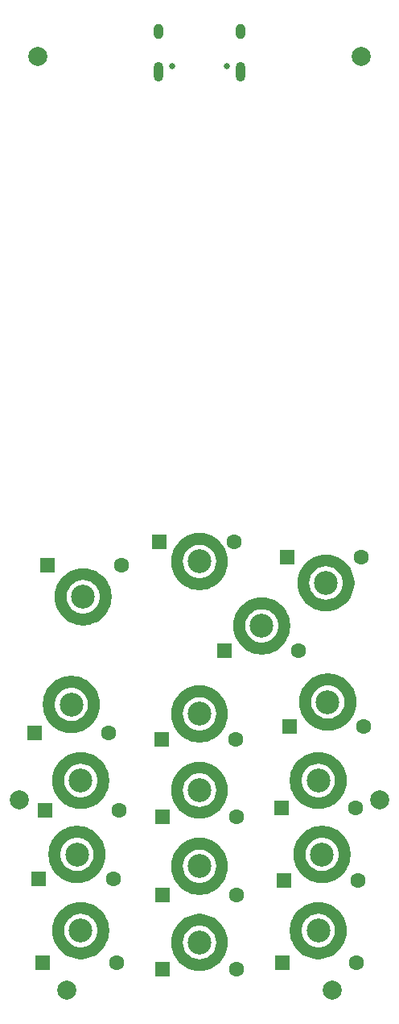
<source format=gts>
%TF.GenerationSoftware,KiCad,Pcbnew,(5.1.9)-1*%
%TF.CreationDate,2021-01-14T19:29:22+00:00*%
%TF.ProjectId,Nokia_3310_Controller,4e6f6b69-615f-4333-9331-305f436f6e74,rev?*%
%TF.SameCoordinates,Original*%
%TF.FileFunction,Soldermask,Top*%
%TF.FilePolarity,Negative*%
%FSLAX46Y46*%
G04 Gerber Fmt 4.6, Leading zero omitted, Abs format (unit mm)*
G04 Created by KiCad (PCBNEW (5.1.9)-1) date 2021-01-14 19:29:22*
%MOMM*%
%LPD*%
G01*
G04 APERTURE LIST*
%ADD10C,2.000000*%
%ADD11C,0.100000*%
%ADD12C,2.500000*%
%ADD13C,1.600000*%
%ADD14R,1.600000X1.600000*%
%ADD15O,1.000000X1.600000*%
%ADD16C,0.650000*%
%ADD17O,1.000000X2.100000*%
G04 APERTURE END LIST*
D10*
%TO.C,NPTH*%
X174500000Y-135000000D03*
%TD*%
%TO.C,NPTH*%
X172500000Y-57000000D03*
%TD*%
%TO.C,NPTH*%
X138500000Y-57000000D03*
%TD*%
%TO.C,NPTH*%
X136500000Y-135000000D03*
%TD*%
%TO.C,NPTH*%
X141500000Y-155000000D03*
%TD*%
%TO.C,NPTH*%
X169500000Y-155000000D03*
%TD*%
D11*
%TO.C,SW10*%
G36*
X168440191Y-130032470D02*
G01*
X168728941Y-130089906D01*
X169010670Y-130175368D01*
X169282665Y-130288032D01*
X169542308Y-130426814D01*
X169787098Y-130590377D01*
X170014677Y-130777147D01*
X170222853Y-130985323D01*
X170409623Y-131212902D01*
X170573186Y-131457692D01*
X170711968Y-131717335D01*
X170824632Y-131989330D01*
X170910094Y-132271059D01*
X170967530Y-132559809D01*
X170996386Y-132852797D01*
X170996386Y-132940285D01*
X170999247Y-132969333D01*
X170999247Y-133030667D01*
X170996386Y-133059715D01*
X170996386Y-133147203D01*
X170967530Y-133440191D01*
X170910094Y-133728941D01*
X170824632Y-134010670D01*
X170711968Y-134282665D01*
X170573186Y-134542308D01*
X170409623Y-134787098D01*
X170222853Y-135014677D01*
X170014677Y-135222853D01*
X169787098Y-135409623D01*
X169542308Y-135573186D01*
X169282665Y-135711968D01*
X169010670Y-135824632D01*
X168728941Y-135910094D01*
X168440191Y-135967530D01*
X168147203Y-135996386D01*
X167852797Y-135996386D01*
X167559809Y-135967530D01*
X167271059Y-135910094D01*
X166989330Y-135824632D01*
X166717335Y-135711968D01*
X166457692Y-135573186D01*
X166212902Y-135409623D01*
X165985323Y-135222853D01*
X165777147Y-135014677D01*
X165590377Y-134787098D01*
X165426814Y-134542308D01*
X165288032Y-134282665D01*
X165175368Y-134010670D01*
X165089906Y-133728941D01*
X165032470Y-133440191D01*
X165003614Y-133147203D01*
X165003614Y-132914132D01*
X166252108Y-132914132D01*
X166252108Y-133085868D01*
X166268941Y-133256778D01*
X166302445Y-133425215D01*
X166352298Y-133589557D01*
X166418019Y-133748221D01*
X166498975Y-133899680D01*
X166594387Y-134042474D01*
X166703336Y-134175228D01*
X166824772Y-134296664D01*
X166957526Y-134405613D01*
X167100320Y-134501025D01*
X167251779Y-134581981D01*
X167410443Y-134647702D01*
X167574785Y-134697555D01*
X167743222Y-134731059D01*
X167914132Y-134747892D01*
X168085868Y-134747892D01*
X168256778Y-134731059D01*
X168425215Y-134697555D01*
X168589557Y-134647702D01*
X168748221Y-134581981D01*
X168899680Y-134501025D01*
X169042474Y-134405613D01*
X169175228Y-134296664D01*
X169296664Y-134175228D01*
X169405613Y-134042474D01*
X169501025Y-133899680D01*
X169581981Y-133748221D01*
X169647702Y-133589557D01*
X169697555Y-133425215D01*
X169731059Y-133256778D01*
X169747892Y-133085868D01*
X169747892Y-132914132D01*
X169731059Y-132743222D01*
X169697555Y-132574785D01*
X169647702Y-132410443D01*
X169581981Y-132251779D01*
X169501025Y-132100320D01*
X169405613Y-131957526D01*
X169296664Y-131824772D01*
X169175228Y-131703336D01*
X169042474Y-131594387D01*
X168899680Y-131498975D01*
X168748221Y-131418019D01*
X168589557Y-131352298D01*
X168425215Y-131302445D01*
X168256778Y-131268941D01*
X168085868Y-131252108D01*
X167914132Y-131252108D01*
X167743222Y-131268941D01*
X167574785Y-131302445D01*
X167410443Y-131352298D01*
X167251779Y-131418019D01*
X167100320Y-131498975D01*
X166957526Y-131594387D01*
X166824772Y-131703336D01*
X166703336Y-131824772D01*
X166594387Y-131957526D01*
X166498975Y-132100320D01*
X166418019Y-132251779D01*
X166352298Y-132410443D01*
X166302445Y-132574785D01*
X166268941Y-132743222D01*
X166252108Y-132914132D01*
X165003614Y-132914132D01*
X165003614Y-132852797D01*
X165032470Y-132559809D01*
X165089906Y-132271059D01*
X165175368Y-131989330D01*
X165288032Y-131717335D01*
X165426814Y-131457692D01*
X165590377Y-131212902D01*
X165777147Y-130985323D01*
X165985323Y-130777147D01*
X166212902Y-130590377D01*
X166457692Y-130426814D01*
X166717335Y-130288032D01*
X166989330Y-130175368D01*
X167271059Y-130089906D01*
X167559809Y-130032470D01*
X167852797Y-130003614D01*
X168147203Y-130003614D01*
X168440191Y-130032470D01*
G37*
D12*
X168000000Y-133000000D03*
%TD*%
%TO.C,SW1*%
X143250000Y-113700000D03*
D11*
G36*
X143690191Y-110732470D02*
G01*
X143978941Y-110789906D01*
X144260670Y-110875368D01*
X144532665Y-110988032D01*
X144792308Y-111126814D01*
X145037098Y-111290377D01*
X145264677Y-111477147D01*
X145472853Y-111685323D01*
X145659623Y-111912902D01*
X145823186Y-112157692D01*
X145961968Y-112417335D01*
X146074632Y-112689330D01*
X146160094Y-112971059D01*
X146217530Y-113259809D01*
X146246386Y-113552797D01*
X146246386Y-113640285D01*
X146249247Y-113669333D01*
X146249247Y-113730667D01*
X146246386Y-113759715D01*
X146246386Y-113847203D01*
X146217530Y-114140191D01*
X146160094Y-114428941D01*
X146074632Y-114710670D01*
X145961968Y-114982665D01*
X145823186Y-115242308D01*
X145659623Y-115487098D01*
X145472853Y-115714677D01*
X145264677Y-115922853D01*
X145037098Y-116109623D01*
X144792308Y-116273186D01*
X144532665Y-116411968D01*
X144260670Y-116524632D01*
X143978941Y-116610094D01*
X143690191Y-116667530D01*
X143397203Y-116696386D01*
X143102797Y-116696386D01*
X142809809Y-116667530D01*
X142521059Y-116610094D01*
X142239330Y-116524632D01*
X141967335Y-116411968D01*
X141707692Y-116273186D01*
X141462902Y-116109623D01*
X141235323Y-115922853D01*
X141027147Y-115714677D01*
X140840377Y-115487098D01*
X140676814Y-115242308D01*
X140538032Y-114982665D01*
X140425368Y-114710670D01*
X140339906Y-114428941D01*
X140282470Y-114140191D01*
X140253614Y-113847203D01*
X140253614Y-113614132D01*
X141502108Y-113614132D01*
X141502108Y-113785868D01*
X141518941Y-113956778D01*
X141552445Y-114125215D01*
X141602298Y-114289557D01*
X141668019Y-114448221D01*
X141748975Y-114599680D01*
X141844387Y-114742474D01*
X141953336Y-114875228D01*
X142074772Y-114996664D01*
X142207526Y-115105613D01*
X142350320Y-115201025D01*
X142501779Y-115281981D01*
X142660443Y-115347702D01*
X142824785Y-115397555D01*
X142993222Y-115431059D01*
X143164132Y-115447892D01*
X143335868Y-115447892D01*
X143506778Y-115431059D01*
X143675215Y-115397555D01*
X143839557Y-115347702D01*
X143998221Y-115281981D01*
X144149680Y-115201025D01*
X144292474Y-115105613D01*
X144425228Y-114996664D01*
X144546664Y-114875228D01*
X144655613Y-114742474D01*
X144751025Y-114599680D01*
X144831981Y-114448221D01*
X144897702Y-114289557D01*
X144947555Y-114125215D01*
X144981059Y-113956778D01*
X144997892Y-113785868D01*
X144997892Y-113614132D01*
X144981059Y-113443222D01*
X144947555Y-113274785D01*
X144897702Y-113110443D01*
X144831981Y-112951779D01*
X144751025Y-112800320D01*
X144655613Y-112657526D01*
X144546664Y-112524772D01*
X144425228Y-112403336D01*
X144292474Y-112294387D01*
X144149680Y-112198975D01*
X143998221Y-112118019D01*
X143839557Y-112052298D01*
X143675215Y-112002445D01*
X143506778Y-111968941D01*
X143335868Y-111952108D01*
X143164132Y-111952108D01*
X142993222Y-111968941D01*
X142824785Y-112002445D01*
X142660443Y-112052298D01*
X142501779Y-112118019D01*
X142350320Y-112198975D01*
X142207526Y-112294387D01*
X142074772Y-112403336D01*
X141953336Y-112524772D01*
X141844387Y-112657526D01*
X141748975Y-112800320D01*
X141668019Y-112951779D01*
X141602298Y-113110443D01*
X141552445Y-113274785D01*
X141518941Y-113443222D01*
X141502108Y-113614132D01*
X140253614Y-113614132D01*
X140253614Y-113552797D01*
X140282470Y-113259809D01*
X140339906Y-112971059D01*
X140425368Y-112689330D01*
X140538032Y-112417335D01*
X140676814Y-112157692D01*
X140840377Y-111912902D01*
X141027147Y-111685323D01*
X141235323Y-111477147D01*
X141462902Y-111290377D01*
X141707692Y-111126814D01*
X141967335Y-110988032D01*
X142239330Y-110875368D01*
X142521059Y-110789906D01*
X142809809Y-110732470D01*
X143102797Y-110703614D01*
X143397203Y-110703614D01*
X143690191Y-110732470D01*
G37*
%TD*%
D13*
%TO.C,D1*%
X147300000Y-110400000D03*
D14*
X139500000Y-110400000D03*
%TD*%
%TO.C,D2*%
X151300000Y-107900000D03*
D13*
X159100000Y-107900000D03*
%TD*%
%TO.C,D3*%
X172500000Y-109500000D03*
D14*
X164700000Y-109500000D03*
%TD*%
%TO.C,D4*%
X158100000Y-119400000D03*
D13*
X165900000Y-119400000D03*
%TD*%
%TO.C,D5*%
X145900000Y-128000000D03*
D14*
X138100000Y-128000000D03*
%TD*%
%TO.C,D6*%
X151500000Y-128700000D03*
D13*
X159300000Y-128700000D03*
%TD*%
%TO.C,D7*%
X172800000Y-127300000D03*
D14*
X165000000Y-127300000D03*
%TD*%
%TO.C,D8*%
X139200000Y-136100000D03*
D13*
X147000000Y-136100000D03*
%TD*%
%TO.C,D9*%
X159400000Y-136800000D03*
D14*
X151600000Y-136800000D03*
%TD*%
%TO.C,D10*%
X164100000Y-135900000D03*
D13*
X171900000Y-135900000D03*
%TD*%
D14*
%TO.C,D11*%
X138600000Y-143300000D03*
D13*
X146400000Y-143300000D03*
%TD*%
%TO.C,D12*%
X159400000Y-145000000D03*
D14*
X151600000Y-145000000D03*
%TD*%
%TO.C,D13*%
X164350000Y-143500000D03*
D13*
X172150000Y-143500000D03*
%TD*%
%TO.C,D14*%
X146800000Y-152100000D03*
D14*
X139000000Y-152100000D03*
%TD*%
%TO.C,D15*%
X151600000Y-152800000D03*
D13*
X159400000Y-152800000D03*
%TD*%
%TO.C,D16*%
X172000000Y-152100000D03*
D14*
X164200000Y-152100000D03*
%TD*%
D11*
%TO.C,SW2*%
G36*
X155940191Y-107032470D02*
G01*
X156228941Y-107089906D01*
X156510670Y-107175368D01*
X156782665Y-107288032D01*
X157042308Y-107426814D01*
X157287098Y-107590377D01*
X157514677Y-107777147D01*
X157722853Y-107985323D01*
X157909623Y-108212902D01*
X158073186Y-108457692D01*
X158211968Y-108717335D01*
X158324632Y-108989330D01*
X158410094Y-109271059D01*
X158467530Y-109559809D01*
X158496386Y-109852797D01*
X158496386Y-109940285D01*
X158499247Y-109969333D01*
X158499247Y-110030667D01*
X158496386Y-110059715D01*
X158496386Y-110147203D01*
X158467530Y-110440191D01*
X158410094Y-110728941D01*
X158324632Y-111010670D01*
X158211968Y-111282665D01*
X158073186Y-111542308D01*
X157909623Y-111787098D01*
X157722853Y-112014677D01*
X157514677Y-112222853D01*
X157287098Y-112409623D01*
X157042308Y-112573186D01*
X156782665Y-112711968D01*
X156510670Y-112824632D01*
X156228941Y-112910094D01*
X155940191Y-112967530D01*
X155647203Y-112996386D01*
X155352797Y-112996386D01*
X155059809Y-112967530D01*
X154771059Y-112910094D01*
X154489330Y-112824632D01*
X154217335Y-112711968D01*
X153957692Y-112573186D01*
X153712902Y-112409623D01*
X153485323Y-112222853D01*
X153277147Y-112014677D01*
X153090377Y-111787098D01*
X152926814Y-111542308D01*
X152788032Y-111282665D01*
X152675368Y-111010670D01*
X152589906Y-110728941D01*
X152532470Y-110440191D01*
X152503614Y-110147203D01*
X152503614Y-109914132D01*
X153752108Y-109914132D01*
X153752108Y-110085868D01*
X153768941Y-110256778D01*
X153802445Y-110425215D01*
X153852298Y-110589557D01*
X153918019Y-110748221D01*
X153998975Y-110899680D01*
X154094387Y-111042474D01*
X154203336Y-111175228D01*
X154324772Y-111296664D01*
X154457526Y-111405613D01*
X154600320Y-111501025D01*
X154751779Y-111581981D01*
X154910443Y-111647702D01*
X155074785Y-111697555D01*
X155243222Y-111731059D01*
X155414132Y-111747892D01*
X155585868Y-111747892D01*
X155756778Y-111731059D01*
X155925215Y-111697555D01*
X156089557Y-111647702D01*
X156248221Y-111581981D01*
X156399680Y-111501025D01*
X156542474Y-111405613D01*
X156675228Y-111296664D01*
X156796664Y-111175228D01*
X156905613Y-111042474D01*
X157001025Y-110899680D01*
X157081981Y-110748221D01*
X157147702Y-110589557D01*
X157197555Y-110425215D01*
X157231059Y-110256778D01*
X157247892Y-110085868D01*
X157247892Y-109914132D01*
X157231059Y-109743222D01*
X157197555Y-109574785D01*
X157147702Y-109410443D01*
X157081981Y-109251779D01*
X157001025Y-109100320D01*
X156905613Y-108957526D01*
X156796664Y-108824772D01*
X156675228Y-108703336D01*
X156542474Y-108594387D01*
X156399680Y-108498975D01*
X156248221Y-108418019D01*
X156089557Y-108352298D01*
X155925215Y-108302445D01*
X155756778Y-108268941D01*
X155585868Y-108252108D01*
X155414132Y-108252108D01*
X155243222Y-108268941D01*
X155074785Y-108302445D01*
X154910443Y-108352298D01*
X154751779Y-108418019D01*
X154600320Y-108498975D01*
X154457526Y-108594387D01*
X154324772Y-108703336D01*
X154203336Y-108824772D01*
X154094387Y-108957526D01*
X153998975Y-109100320D01*
X153918019Y-109251779D01*
X153852298Y-109410443D01*
X153802445Y-109574785D01*
X153768941Y-109743222D01*
X153752108Y-109914132D01*
X152503614Y-109914132D01*
X152503614Y-109852797D01*
X152532470Y-109559809D01*
X152589906Y-109271059D01*
X152675368Y-108989330D01*
X152788032Y-108717335D01*
X152926814Y-108457692D01*
X153090377Y-108212902D01*
X153277147Y-107985323D01*
X153485323Y-107777147D01*
X153712902Y-107590377D01*
X153957692Y-107426814D01*
X154217335Y-107288032D01*
X154489330Y-107175368D01*
X154771059Y-107089906D01*
X155059809Y-107032470D01*
X155352797Y-107003614D01*
X155647203Y-107003614D01*
X155940191Y-107032470D01*
G37*
D12*
X155500000Y-110000000D03*
%TD*%
%TO.C,SW3*%
X168800000Y-112250000D03*
D11*
G36*
X169240191Y-109282470D02*
G01*
X169528941Y-109339906D01*
X169810670Y-109425368D01*
X170082665Y-109538032D01*
X170342308Y-109676814D01*
X170587098Y-109840377D01*
X170814677Y-110027147D01*
X171022853Y-110235323D01*
X171209623Y-110462902D01*
X171373186Y-110707692D01*
X171511968Y-110967335D01*
X171624632Y-111239330D01*
X171710094Y-111521059D01*
X171767530Y-111809809D01*
X171796386Y-112102797D01*
X171796386Y-112190285D01*
X171799247Y-112219333D01*
X171799247Y-112280667D01*
X171796386Y-112309715D01*
X171796386Y-112397203D01*
X171767530Y-112690191D01*
X171710094Y-112978941D01*
X171624632Y-113260670D01*
X171511968Y-113532665D01*
X171373186Y-113792308D01*
X171209623Y-114037098D01*
X171022853Y-114264677D01*
X170814677Y-114472853D01*
X170587098Y-114659623D01*
X170342308Y-114823186D01*
X170082665Y-114961968D01*
X169810670Y-115074632D01*
X169528941Y-115160094D01*
X169240191Y-115217530D01*
X168947203Y-115246386D01*
X168652797Y-115246386D01*
X168359809Y-115217530D01*
X168071059Y-115160094D01*
X167789330Y-115074632D01*
X167517335Y-114961968D01*
X167257692Y-114823186D01*
X167012902Y-114659623D01*
X166785323Y-114472853D01*
X166577147Y-114264677D01*
X166390377Y-114037098D01*
X166226814Y-113792308D01*
X166088032Y-113532665D01*
X165975368Y-113260670D01*
X165889906Y-112978941D01*
X165832470Y-112690191D01*
X165803614Y-112397203D01*
X165803614Y-112164132D01*
X167052108Y-112164132D01*
X167052108Y-112335868D01*
X167068941Y-112506778D01*
X167102445Y-112675215D01*
X167152298Y-112839557D01*
X167218019Y-112998221D01*
X167298975Y-113149680D01*
X167394387Y-113292474D01*
X167503336Y-113425228D01*
X167624772Y-113546664D01*
X167757526Y-113655613D01*
X167900320Y-113751025D01*
X168051779Y-113831981D01*
X168210443Y-113897702D01*
X168374785Y-113947555D01*
X168543222Y-113981059D01*
X168714132Y-113997892D01*
X168885868Y-113997892D01*
X169056778Y-113981059D01*
X169225215Y-113947555D01*
X169389557Y-113897702D01*
X169548221Y-113831981D01*
X169699680Y-113751025D01*
X169842474Y-113655613D01*
X169975228Y-113546664D01*
X170096664Y-113425228D01*
X170205613Y-113292474D01*
X170301025Y-113149680D01*
X170381981Y-112998221D01*
X170447702Y-112839557D01*
X170497555Y-112675215D01*
X170531059Y-112506778D01*
X170547892Y-112335868D01*
X170547892Y-112164132D01*
X170531059Y-111993222D01*
X170497555Y-111824785D01*
X170447702Y-111660443D01*
X170381981Y-111501779D01*
X170301025Y-111350320D01*
X170205613Y-111207526D01*
X170096664Y-111074772D01*
X169975228Y-110953336D01*
X169842474Y-110844387D01*
X169699680Y-110748975D01*
X169548221Y-110668019D01*
X169389557Y-110602298D01*
X169225215Y-110552445D01*
X169056778Y-110518941D01*
X168885868Y-110502108D01*
X168714132Y-110502108D01*
X168543222Y-110518941D01*
X168374785Y-110552445D01*
X168210443Y-110602298D01*
X168051779Y-110668019D01*
X167900320Y-110748975D01*
X167757526Y-110844387D01*
X167624772Y-110953336D01*
X167503336Y-111074772D01*
X167394387Y-111207526D01*
X167298975Y-111350320D01*
X167218019Y-111501779D01*
X167152298Y-111660443D01*
X167102445Y-111824785D01*
X167068941Y-111993222D01*
X167052108Y-112164132D01*
X165803614Y-112164132D01*
X165803614Y-112102797D01*
X165832470Y-111809809D01*
X165889906Y-111521059D01*
X165975368Y-111239330D01*
X166088032Y-110967335D01*
X166226814Y-110707692D01*
X166390377Y-110462902D01*
X166577147Y-110235323D01*
X166785323Y-110027147D01*
X167012902Y-109840377D01*
X167257692Y-109676814D01*
X167517335Y-109538032D01*
X167789330Y-109425368D01*
X168071059Y-109339906D01*
X168359809Y-109282470D01*
X168652797Y-109253614D01*
X168947203Y-109253614D01*
X169240191Y-109282470D01*
G37*
%TD*%
%TO.C,SW4*%
G36*
X162490191Y-113782470D02*
G01*
X162778941Y-113839906D01*
X163060670Y-113925368D01*
X163332665Y-114038032D01*
X163592308Y-114176814D01*
X163837098Y-114340377D01*
X164064677Y-114527147D01*
X164272853Y-114735323D01*
X164459623Y-114962902D01*
X164623186Y-115207692D01*
X164761968Y-115467335D01*
X164874632Y-115739330D01*
X164960094Y-116021059D01*
X165017530Y-116309809D01*
X165046386Y-116602797D01*
X165046386Y-116690285D01*
X165049247Y-116719333D01*
X165049247Y-116780667D01*
X165046386Y-116809715D01*
X165046386Y-116897203D01*
X165017530Y-117190191D01*
X164960094Y-117478941D01*
X164874632Y-117760670D01*
X164761968Y-118032665D01*
X164623186Y-118292308D01*
X164459623Y-118537098D01*
X164272853Y-118764677D01*
X164064677Y-118972853D01*
X163837098Y-119159623D01*
X163592308Y-119323186D01*
X163332665Y-119461968D01*
X163060670Y-119574632D01*
X162778941Y-119660094D01*
X162490191Y-119717530D01*
X162197203Y-119746386D01*
X161902797Y-119746386D01*
X161609809Y-119717530D01*
X161321059Y-119660094D01*
X161039330Y-119574632D01*
X160767335Y-119461968D01*
X160507692Y-119323186D01*
X160262902Y-119159623D01*
X160035323Y-118972853D01*
X159827147Y-118764677D01*
X159640377Y-118537098D01*
X159476814Y-118292308D01*
X159338032Y-118032665D01*
X159225368Y-117760670D01*
X159139906Y-117478941D01*
X159082470Y-117190191D01*
X159053614Y-116897203D01*
X159053614Y-116664132D01*
X160302108Y-116664132D01*
X160302108Y-116835868D01*
X160318941Y-117006778D01*
X160352445Y-117175215D01*
X160402298Y-117339557D01*
X160468019Y-117498221D01*
X160548975Y-117649680D01*
X160644387Y-117792474D01*
X160753336Y-117925228D01*
X160874772Y-118046664D01*
X161007526Y-118155613D01*
X161150320Y-118251025D01*
X161301779Y-118331981D01*
X161460443Y-118397702D01*
X161624785Y-118447555D01*
X161793222Y-118481059D01*
X161964132Y-118497892D01*
X162135868Y-118497892D01*
X162306778Y-118481059D01*
X162475215Y-118447555D01*
X162639557Y-118397702D01*
X162798221Y-118331981D01*
X162949680Y-118251025D01*
X163092474Y-118155613D01*
X163225228Y-118046664D01*
X163346664Y-117925228D01*
X163455613Y-117792474D01*
X163551025Y-117649680D01*
X163631981Y-117498221D01*
X163697702Y-117339557D01*
X163747555Y-117175215D01*
X163781059Y-117006778D01*
X163797892Y-116835868D01*
X163797892Y-116664132D01*
X163781059Y-116493222D01*
X163747555Y-116324785D01*
X163697702Y-116160443D01*
X163631981Y-116001779D01*
X163551025Y-115850320D01*
X163455613Y-115707526D01*
X163346664Y-115574772D01*
X163225228Y-115453336D01*
X163092474Y-115344387D01*
X162949680Y-115248975D01*
X162798221Y-115168019D01*
X162639557Y-115102298D01*
X162475215Y-115052445D01*
X162306778Y-115018941D01*
X162135868Y-115002108D01*
X161964132Y-115002108D01*
X161793222Y-115018941D01*
X161624785Y-115052445D01*
X161460443Y-115102298D01*
X161301779Y-115168019D01*
X161150320Y-115248975D01*
X161007526Y-115344387D01*
X160874772Y-115453336D01*
X160753336Y-115574772D01*
X160644387Y-115707526D01*
X160548975Y-115850320D01*
X160468019Y-116001779D01*
X160402298Y-116160443D01*
X160352445Y-116324785D01*
X160318941Y-116493222D01*
X160302108Y-116664132D01*
X159053614Y-116664132D01*
X159053614Y-116602797D01*
X159082470Y-116309809D01*
X159139906Y-116021059D01*
X159225368Y-115739330D01*
X159338032Y-115467335D01*
X159476814Y-115207692D01*
X159640377Y-114962902D01*
X159827147Y-114735323D01*
X160035323Y-114527147D01*
X160262902Y-114340377D01*
X160507692Y-114176814D01*
X160767335Y-114038032D01*
X161039330Y-113925368D01*
X161321059Y-113839906D01*
X161609809Y-113782470D01*
X161902797Y-113753614D01*
X162197203Y-113753614D01*
X162490191Y-113782470D01*
G37*
D12*
X162050000Y-116750000D03*
%TD*%
%TO.C,SW5*%
X142000000Y-125000000D03*
D11*
G36*
X142440191Y-122032470D02*
G01*
X142728941Y-122089906D01*
X143010670Y-122175368D01*
X143282665Y-122288032D01*
X143542308Y-122426814D01*
X143787098Y-122590377D01*
X144014677Y-122777147D01*
X144222853Y-122985323D01*
X144409623Y-123212902D01*
X144573186Y-123457692D01*
X144711968Y-123717335D01*
X144824632Y-123989330D01*
X144910094Y-124271059D01*
X144967530Y-124559809D01*
X144996386Y-124852797D01*
X144996386Y-124940285D01*
X144999247Y-124969333D01*
X144999247Y-125030667D01*
X144996386Y-125059715D01*
X144996386Y-125147203D01*
X144967530Y-125440191D01*
X144910094Y-125728941D01*
X144824632Y-126010670D01*
X144711968Y-126282665D01*
X144573186Y-126542308D01*
X144409623Y-126787098D01*
X144222853Y-127014677D01*
X144014677Y-127222853D01*
X143787098Y-127409623D01*
X143542308Y-127573186D01*
X143282665Y-127711968D01*
X143010670Y-127824632D01*
X142728941Y-127910094D01*
X142440191Y-127967530D01*
X142147203Y-127996386D01*
X141852797Y-127996386D01*
X141559809Y-127967530D01*
X141271059Y-127910094D01*
X140989330Y-127824632D01*
X140717335Y-127711968D01*
X140457692Y-127573186D01*
X140212902Y-127409623D01*
X139985323Y-127222853D01*
X139777147Y-127014677D01*
X139590377Y-126787098D01*
X139426814Y-126542308D01*
X139288032Y-126282665D01*
X139175368Y-126010670D01*
X139089906Y-125728941D01*
X139032470Y-125440191D01*
X139003614Y-125147203D01*
X139003614Y-124914132D01*
X140252108Y-124914132D01*
X140252108Y-125085868D01*
X140268941Y-125256778D01*
X140302445Y-125425215D01*
X140352298Y-125589557D01*
X140418019Y-125748221D01*
X140498975Y-125899680D01*
X140594387Y-126042474D01*
X140703336Y-126175228D01*
X140824772Y-126296664D01*
X140957526Y-126405613D01*
X141100320Y-126501025D01*
X141251779Y-126581981D01*
X141410443Y-126647702D01*
X141574785Y-126697555D01*
X141743222Y-126731059D01*
X141914132Y-126747892D01*
X142085868Y-126747892D01*
X142256778Y-126731059D01*
X142425215Y-126697555D01*
X142589557Y-126647702D01*
X142748221Y-126581981D01*
X142899680Y-126501025D01*
X143042474Y-126405613D01*
X143175228Y-126296664D01*
X143296664Y-126175228D01*
X143405613Y-126042474D01*
X143501025Y-125899680D01*
X143581981Y-125748221D01*
X143647702Y-125589557D01*
X143697555Y-125425215D01*
X143731059Y-125256778D01*
X143747892Y-125085868D01*
X143747892Y-124914132D01*
X143731059Y-124743222D01*
X143697555Y-124574785D01*
X143647702Y-124410443D01*
X143581981Y-124251779D01*
X143501025Y-124100320D01*
X143405613Y-123957526D01*
X143296664Y-123824772D01*
X143175228Y-123703336D01*
X143042474Y-123594387D01*
X142899680Y-123498975D01*
X142748221Y-123418019D01*
X142589557Y-123352298D01*
X142425215Y-123302445D01*
X142256778Y-123268941D01*
X142085868Y-123252108D01*
X141914132Y-123252108D01*
X141743222Y-123268941D01*
X141574785Y-123302445D01*
X141410443Y-123352298D01*
X141251779Y-123418019D01*
X141100320Y-123498975D01*
X140957526Y-123594387D01*
X140824772Y-123703336D01*
X140703336Y-123824772D01*
X140594387Y-123957526D01*
X140498975Y-124100320D01*
X140418019Y-124251779D01*
X140352298Y-124410443D01*
X140302445Y-124574785D01*
X140268941Y-124743222D01*
X140252108Y-124914132D01*
X139003614Y-124914132D01*
X139003614Y-124852797D01*
X139032470Y-124559809D01*
X139089906Y-124271059D01*
X139175368Y-123989330D01*
X139288032Y-123717335D01*
X139426814Y-123457692D01*
X139590377Y-123212902D01*
X139777147Y-122985323D01*
X139985323Y-122777147D01*
X140212902Y-122590377D01*
X140457692Y-122426814D01*
X140717335Y-122288032D01*
X140989330Y-122175368D01*
X141271059Y-122089906D01*
X141559809Y-122032470D01*
X141852797Y-122003614D01*
X142147203Y-122003614D01*
X142440191Y-122032470D01*
G37*
%TD*%
%TO.C,SW6*%
G36*
X155940191Y-123032470D02*
G01*
X156228941Y-123089906D01*
X156510670Y-123175368D01*
X156782665Y-123288032D01*
X157042308Y-123426814D01*
X157287098Y-123590377D01*
X157514677Y-123777147D01*
X157722853Y-123985323D01*
X157909623Y-124212902D01*
X158073186Y-124457692D01*
X158211968Y-124717335D01*
X158324632Y-124989330D01*
X158410094Y-125271059D01*
X158467530Y-125559809D01*
X158496386Y-125852797D01*
X158496386Y-125940285D01*
X158499247Y-125969333D01*
X158499247Y-126030667D01*
X158496386Y-126059715D01*
X158496386Y-126147203D01*
X158467530Y-126440191D01*
X158410094Y-126728941D01*
X158324632Y-127010670D01*
X158211968Y-127282665D01*
X158073186Y-127542308D01*
X157909623Y-127787098D01*
X157722853Y-128014677D01*
X157514677Y-128222853D01*
X157287098Y-128409623D01*
X157042308Y-128573186D01*
X156782665Y-128711968D01*
X156510670Y-128824632D01*
X156228941Y-128910094D01*
X155940191Y-128967530D01*
X155647203Y-128996386D01*
X155352797Y-128996386D01*
X155059809Y-128967530D01*
X154771059Y-128910094D01*
X154489330Y-128824632D01*
X154217335Y-128711968D01*
X153957692Y-128573186D01*
X153712902Y-128409623D01*
X153485323Y-128222853D01*
X153277147Y-128014677D01*
X153090377Y-127787098D01*
X152926814Y-127542308D01*
X152788032Y-127282665D01*
X152675368Y-127010670D01*
X152589906Y-126728941D01*
X152532470Y-126440191D01*
X152503614Y-126147203D01*
X152503614Y-125914132D01*
X153752108Y-125914132D01*
X153752108Y-126085868D01*
X153768941Y-126256778D01*
X153802445Y-126425215D01*
X153852298Y-126589557D01*
X153918019Y-126748221D01*
X153998975Y-126899680D01*
X154094387Y-127042474D01*
X154203336Y-127175228D01*
X154324772Y-127296664D01*
X154457526Y-127405613D01*
X154600320Y-127501025D01*
X154751779Y-127581981D01*
X154910443Y-127647702D01*
X155074785Y-127697555D01*
X155243222Y-127731059D01*
X155414132Y-127747892D01*
X155585868Y-127747892D01*
X155756778Y-127731059D01*
X155925215Y-127697555D01*
X156089557Y-127647702D01*
X156248221Y-127581981D01*
X156399680Y-127501025D01*
X156542474Y-127405613D01*
X156675228Y-127296664D01*
X156796664Y-127175228D01*
X156905613Y-127042474D01*
X157001025Y-126899680D01*
X157081981Y-126748221D01*
X157147702Y-126589557D01*
X157197555Y-126425215D01*
X157231059Y-126256778D01*
X157247892Y-126085868D01*
X157247892Y-125914132D01*
X157231059Y-125743222D01*
X157197555Y-125574785D01*
X157147702Y-125410443D01*
X157081981Y-125251779D01*
X157001025Y-125100320D01*
X156905613Y-124957526D01*
X156796664Y-124824772D01*
X156675228Y-124703336D01*
X156542474Y-124594387D01*
X156399680Y-124498975D01*
X156248221Y-124418019D01*
X156089557Y-124352298D01*
X155925215Y-124302445D01*
X155756778Y-124268941D01*
X155585868Y-124252108D01*
X155414132Y-124252108D01*
X155243222Y-124268941D01*
X155074785Y-124302445D01*
X154910443Y-124352298D01*
X154751779Y-124418019D01*
X154600320Y-124498975D01*
X154457526Y-124594387D01*
X154324772Y-124703336D01*
X154203336Y-124824772D01*
X154094387Y-124957526D01*
X153998975Y-125100320D01*
X153918019Y-125251779D01*
X153852298Y-125410443D01*
X153802445Y-125574785D01*
X153768941Y-125743222D01*
X153752108Y-125914132D01*
X152503614Y-125914132D01*
X152503614Y-125852797D01*
X152532470Y-125559809D01*
X152589906Y-125271059D01*
X152675368Y-124989330D01*
X152788032Y-124717335D01*
X152926814Y-124457692D01*
X153090377Y-124212902D01*
X153277147Y-123985323D01*
X153485323Y-123777147D01*
X153712902Y-123590377D01*
X153957692Y-123426814D01*
X154217335Y-123288032D01*
X154489330Y-123175368D01*
X154771059Y-123089906D01*
X155059809Y-123032470D01*
X155352797Y-123003614D01*
X155647203Y-123003614D01*
X155940191Y-123032470D01*
G37*
D12*
X155500000Y-126000000D03*
%TD*%
%TO.C,SW7*%
X169000000Y-124750000D03*
D11*
G36*
X169440191Y-121782470D02*
G01*
X169728941Y-121839906D01*
X170010670Y-121925368D01*
X170282665Y-122038032D01*
X170542308Y-122176814D01*
X170787098Y-122340377D01*
X171014677Y-122527147D01*
X171222853Y-122735323D01*
X171409623Y-122962902D01*
X171573186Y-123207692D01*
X171711968Y-123467335D01*
X171824632Y-123739330D01*
X171910094Y-124021059D01*
X171967530Y-124309809D01*
X171996386Y-124602797D01*
X171996386Y-124690285D01*
X171999247Y-124719333D01*
X171999247Y-124780667D01*
X171996386Y-124809715D01*
X171996386Y-124897203D01*
X171967530Y-125190191D01*
X171910094Y-125478941D01*
X171824632Y-125760670D01*
X171711968Y-126032665D01*
X171573186Y-126292308D01*
X171409623Y-126537098D01*
X171222853Y-126764677D01*
X171014677Y-126972853D01*
X170787098Y-127159623D01*
X170542308Y-127323186D01*
X170282665Y-127461968D01*
X170010670Y-127574632D01*
X169728941Y-127660094D01*
X169440191Y-127717530D01*
X169147203Y-127746386D01*
X168852797Y-127746386D01*
X168559809Y-127717530D01*
X168271059Y-127660094D01*
X167989330Y-127574632D01*
X167717335Y-127461968D01*
X167457692Y-127323186D01*
X167212902Y-127159623D01*
X166985323Y-126972853D01*
X166777147Y-126764677D01*
X166590377Y-126537098D01*
X166426814Y-126292308D01*
X166288032Y-126032665D01*
X166175368Y-125760670D01*
X166089906Y-125478941D01*
X166032470Y-125190191D01*
X166003614Y-124897203D01*
X166003614Y-124664132D01*
X167252108Y-124664132D01*
X167252108Y-124835868D01*
X167268941Y-125006778D01*
X167302445Y-125175215D01*
X167352298Y-125339557D01*
X167418019Y-125498221D01*
X167498975Y-125649680D01*
X167594387Y-125792474D01*
X167703336Y-125925228D01*
X167824772Y-126046664D01*
X167957526Y-126155613D01*
X168100320Y-126251025D01*
X168251779Y-126331981D01*
X168410443Y-126397702D01*
X168574785Y-126447555D01*
X168743222Y-126481059D01*
X168914132Y-126497892D01*
X169085868Y-126497892D01*
X169256778Y-126481059D01*
X169425215Y-126447555D01*
X169589557Y-126397702D01*
X169748221Y-126331981D01*
X169899680Y-126251025D01*
X170042474Y-126155613D01*
X170175228Y-126046664D01*
X170296664Y-125925228D01*
X170405613Y-125792474D01*
X170501025Y-125649680D01*
X170581981Y-125498221D01*
X170647702Y-125339557D01*
X170697555Y-125175215D01*
X170731059Y-125006778D01*
X170747892Y-124835868D01*
X170747892Y-124664132D01*
X170731059Y-124493222D01*
X170697555Y-124324785D01*
X170647702Y-124160443D01*
X170581981Y-124001779D01*
X170501025Y-123850320D01*
X170405613Y-123707526D01*
X170296664Y-123574772D01*
X170175228Y-123453336D01*
X170042474Y-123344387D01*
X169899680Y-123248975D01*
X169748221Y-123168019D01*
X169589557Y-123102298D01*
X169425215Y-123052445D01*
X169256778Y-123018941D01*
X169085868Y-123002108D01*
X168914132Y-123002108D01*
X168743222Y-123018941D01*
X168574785Y-123052445D01*
X168410443Y-123102298D01*
X168251779Y-123168019D01*
X168100320Y-123248975D01*
X167957526Y-123344387D01*
X167824772Y-123453336D01*
X167703336Y-123574772D01*
X167594387Y-123707526D01*
X167498975Y-123850320D01*
X167418019Y-124001779D01*
X167352298Y-124160443D01*
X167302445Y-124324785D01*
X167268941Y-124493222D01*
X167252108Y-124664132D01*
X166003614Y-124664132D01*
X166003614Y-124602797D01*
X166032470Y-124309809D01*
X166089906Y-124021059D01*
X166175368Y-123739330D01*
X166288032Y-123467335D01*
X166426814Y-123207692D01*
X166590377Y-122962902D01*
X166777147Y-122735323D01*
X166985323Y-122527147D01*
X167212902Y-122340377D01*
X167457692Y-122176814D01*
X167717335Y-122038032D01*
X167989330Y-121925368D01*
X168271059Y-121839906D01*
X168559809Y-121782470D01*
X168852797Y-121753614D01*
X169147203Y-121753614D01*
X169440191Y-121782470D01*
G37*
%TD*%
%TO.C,SW8*%
G36*
X143440191Y-130032470D02*
G01*
X143728941Y-130089906D01*
X144010670Y-130175368D01*
X144282665Y-130288032D01*
X144542308Y-130426814D01*
X144787098Y-130590377D01*
X145014677Y-130777147D01*
X145222853Y-130985323D01*
X145409623Y-131212902D01*
X145573186Y-131457692D01*
X145711968Y-131717335D01*
X145824632Y-131989330D01*
X145910094Y-132271059D01*
X145967530Y-132559809D01*
X145996386Y-132852797D01*
X145996386Y-132940285D01*
X145999247Y-132969333D01*
X145999247Y-133030667D01*
X145996386Y-133059715D01*
X145996386Y-133147203D01*
X145967530Y-133440191D01*
X145910094Y-133728941D01*
X145824632Y-134010670D01*
X145711968Y-134282665D01*
X145573186Y-134542308D01*
X145409623Y-134787098D01*
X145222853Y-135014677D01*
X145014677Y-135222853D01*
X144787098Y-135409623D01*
X144542308Y-135573186D01*
X144282665Y-135711968D01*
X144010670Y-135824632D01*
X143728941Y-135910094D01*
X143440191Y-135967530D01*
X143147203Y-135996386D01*
X142852797Y-135996386D01*
X142559809Y-135967530D01*
X142271059Y-135910094D01*
X141989330Y-135824632D01*
X141717335Y-135711968D01*
X141457692Y-135573186D01*
X141212902Y-135409623D01*
X140985323Y-135222853D01*
X140777147Y-135014677D01*
X140590377Y-134787098D01*
X140426814Y-134542308D01*
X140288032Y-134282665D01*
X140175368Y-134010670D01*
X140089906Y-133728941D01*
X140032470Y-133440191D01*
X140003614Y-133147203D01*
X140003614Y-132914132D01*
X141252108Y-132914132D01*
X141252108Y-133085868D01*
X141268941Y-133256778D01*
X141302445Y-133425215D01*
X141352298Y-133589557D01*
X141418019Y-133748221D01*
X141498975Y-133899680D01*
X141594387Y-134042474D01*
X141703336Y-134175228D01*
X141824772Y-134296664D01*
X141957526Y-134405613D01*
X142100320Y-134501025D01*
X142251779Y-134581981D01*
X142410443Y-134647702D01*
X142574785Y-134697555D01*
X142743222Y-134731059D01*
X142914132Y-134747892D01*
X143085868Y-134747892D01*
X143256778Y-134731059D01*
X143425215Y-134697555D01*
X143589557Y-134647702D01*
X143748221Y-134581981D01*
X143899680Y-134501025D01*
X144042474Y-134405613D01*
X144175228Y-134296664D01*
X144296664Y-134175228D01*
X144405613Y-134042474D01*
X144501025Y-133899680D01*
X144581981Y-133748221D01*
X144647702Y-133589557D01*
X144697555Y-133425215D01*
X144731059Y-133256778D01*
X144747892Y-133085868D01*
X144747892Y-132914132D01*
X144731059Y-132743222D01*
X144697555Y-132574785D01*
X144647702Y-132410443D01*
X144581981Y-132251779D01*
X144501025Y-132100320D01*
X144405613Y-131957526D01*
X144296664Y-131824772D01*
X144175228Y-131703336D01*
X144042474Y-131594387D01*
X143899680Y-131498975D01*
X143748221Y-131418019D01*
X143589557Y-131352298D01*
X143425215Y-131302445D01*
X143256778Y-131268941D01*
X143085868Y-131252108D01*
X142914132Y-131252108D01*
X142743222Y-131268941D01*
X142574785Y-131302445D01*
X142410443Y-131352298D01*
X142251779Y-131418019D01*
X142100320Y-131498975D01*
X141957526Y-131594387D01*
X141824772Y-131703336D01*
X141703336Y-131824772D01*
X141594387Y-131957526D01*
X141498975Y-132100320D01*
X141418019Y-132251779D01*
X141352298Y-132410443D01*
X141302445Y-132574785D01*
X141268941Y-132743222D01*
X141252108Y-132914132D01*
X140003614Y-132914132D01*
X140003614Y-132852797D01*
X140032470Y-132559809D01*
X140089906Y-132271059D01*
X140175368Y-131989330D01*
X140288032Y-131717335D01*
X140426814Y-131457692D01*
X140590377Y-131212902D01*
X140777147Y-130985323D01*
X140985323Y-130777147D01*
X141212902Y-130590377D01*
X141457692Y-130426814D01*
X141717335Y-130288032D01*
X141989330Y-130175368D01*
X142271059Y-130089906D01*
X142559809Y-130032470D01*
X142852797Y-130003614D01*
X143147203Y-130003614D01*
X143440191Y-130032470D01*
G37*
D12*
X143000000Y-133000000D03*
%TD*%
%TO.C,SW9*%
X155500000Y-134000000D03*
D11*
G36*
X155940191Y-131032470D02*
G01*
X156228941Y-131089906D01*
X156510670Y-131175368D01*
X156782665Y-131288032D01*
X157042308Y-131426814D01*
X157287098Y-131590377D01*
X157514677Y-131777147D01*
X157722853Y-131985323D01*
X157909623Y-132212902D01*
X158073186Y-132457692D01*
X158211968Y-132717335D01*
X158324632Y-132989330D01*
X158410094Y-133271059D01*
X158467530Y-133559809D01*
X158496386Y-133852797D01*
X158496386Y-133940285D01*
X158499247Y-133969333D01*
X158499247Y-134030667D01*
X158496386Y-134059715D01*
X158496386Y-134147203D01*
X158467530Y-134440191D01*
X158410094Y-134728941D01*
X158324632Y-135010670D01*
X158211968Y-135282665D01*
X158073186Y-135542308D01*
X157909623Y-135787098D01*
X157722853Y-136014677D01*
X157514677Y-136222853D01*
X157287098Y-136409623D01*
X157042308Y-136573186D01*
X156782665Y-136711968D01*
X156510670Y-136824632D01*
X156228941Y-136910094D01*
X155940191Y-136967530D01*
X155647203Y-136996386D01*
X155352797Y-136996386D01*
X155059809Y-136967530D01*
X154771059Y-136910094D01*
X154489330Y-136824632D01*
X154217335Y-136711968D01*
X153957692Y-136573186D01*
X153712902Y-136409623D01*
X153485323Y-136222853D01*
X153277147Y-136014677D01*
X153090377Y-135787098D01*
X152926814Y-135542308D01*
X152788032Y-135282665D01*
X152675368Y-135010670D01*
X152589906Y-134728941D01*
X152532470Y-134440191D01*
X152503614Y-134147203D01*
X152503614Y-133914132D01*
X153752108Y-133914132D01*
X153752108Y-134085868D01*
X153768941Y-134256778D01*
X153802445Y-134425215D01*
X153852298Y-134589557D01*
X153918019Y-134748221D01*
X153998975Y-134899680D01*
X154094387Y-135042474D01*
X154203336Y-135175228D01*
X154324772Y-135296664D01*
X154457526Y-135405613D01*
X154600320Y-135501025D01*
X154751779Y-135581981D01*
X154910443Y-135647702D01*
X155074785Y-135697555D01*
X155243222Y-135731059D01*
X155414132Y-135747892D01*
X155585868Y-135747892D01*
X155756778Y-135731059D01*
X155925215Y-135697555D01*
X156089557Y-135647702D01*
X156248221Y-135581981D01*
X156399680Y-135501025D01*
X156542474Y-135405613D01*
X156675228Y-135296664D01*
X156796664Y-135175228D01*
X156905613Y-135042474D01*
X157001025Y-134899680D01*
X157081981Y-134748221D01*
X157147702Y-134589557D01*
X157197555Y-134425215D01*
X157231059Y-134256778D01*
X157247892Y-134085868D01*
X157247892Y-133914132D01*
X157231059Y-133743222D01*
X157197555Y-133574785D01*
X157147702Y-133410443D01*
X157081981Y-133251779D01*
X157001025Y-133100320D01*
X156905613Y-132957526D01*
X156796664Y-132824772D01*
X156675228Y-132703336D01*
X156542474Y-132594387D01*
X156399680Y-132498975D01*
X156248221Y-132418019D01*
X156089557Y-132352298D01*
X155925215Y-132302445D01*
X155756778Y-132268941D01*
X155585868Y-132252108D01*
X155414132Y-132252108D01*
X155243222Y-132268941D01*
X155074785Y-132302445D01*
X154910443Y-132352298D01*
X154751779Y-132418019D01*
X154600320Y-132498975D01*
X154457526Y-132594387D01*
X154324772Y-132703336D01*
X154203336Y-132824772D01*
X154094387Y-132957526D01*
X153998975Y-133100320D01*
X153918019Y-133251779D01*
X153852298Y-133410443D01*
X153802445Y-133574785D01*
X153768941Y-133743222D01*
X153752108Y-133914132D01*
X152503614Y-133914132D01*
X152503614Y-133852797D01*
X152532470Y-133559809D01*
X152589906Y-133271059D01*
X152675368Y-132989330D01*
X152788032Y-132717335D01*
X152926814Y-132457692D01*
X153090377Y-132212902D01*
X153277147Y-131985323D01*
X153485323Y-131777147D01*
X153712902Y-131590377D01*
X153957692Y-131426814D01*
X154217335Y-131288032D01*
X154489330Y-131175368D01*
X154771059Y-131089906D01*
X155059809Y-131032470D01*
X155352797Y-131003614D01*
X155647203Y-131003614D01*
X155940191Y-131032470D01*
G37*
%TD*%
D12*
%TO.C,SW11*%
X142600000Y-140750000D03*
D11*
G36*
X143040191Y-137782470D02*
G01*
X143328941Y-137839906D01*
X143610670Y-137925368D01*
X143882665Y-138038032D01*
X144142308Y-138176814D01*
X144387098Y-138340377D01*
X144614677Y-138527147D01*
X144822853Y-138735323D01*
X145009623Y-138962902D01*
X145173186Y-139207692D01*
X145311968Y-139467335D01*
X145424632Y-139739330D01*
X145510094Y-140021059D01*
X145567530Y-140309809D01*
X145596386Y-140602797D01*
X145596386Y-140690285D01*
X145599247Y-140719333D01*
X145599247Y-140780667D01*
X145596386Y-140809715D01*
X145596386Y-140897203D01*
X145567530Y-141190191D01*
X145510094Y-141478941D01*
X145424632Y-141760670D01*
X145311968Y-142032665D01*
X145173186Y-142292308D01*
X145009623Y-142537098D01*
X144822853Y-142764677D01*
X144614677Y-142972853D01*
X144387098Y-143159623D01*
X144142308Y-143323186D01*
X143882665Y-143461968D01*
X143610670Y-143574632D01*
X143328941Y-143660094D01*
X143040191Y-143717530D01*
X142747203Y-143746386D01*
X142452797Y-143746386D01*
X142159809Y-143717530D01*
X141871059Y-143660094D01*
X141589330Y-143574632D01*
X141317335Y-143461968D01*
X141057692Y-143323186D01*
X140812902Y-143159623D01*
X140585323Y-142972853D01*
X140377147Y-142764677D01*
X140190377Y-142537098D01*
X140026814Y-142292308D01*
X139888032Y-142032665D01*
X139775368Y-141760670D01*
X139689906Y-141478941D01*
X139632470Y-141190191D01*
X139603614Y-140897203D01*
X139603614Y-140664132D01*
X140852108Y-140664132D01*
X140852108Y-140835868D01*
X140868941Y-141006778D01*
X140902445Y-141175215D01*
X140952298Y-141339557D01*
X141018019Y-141498221D01*
X141098975Y-141649680D01*
X141194387Y-141792474D01*
X141303336Y-141925228D01*
X141424772Y-142046664D01*
X141557526Y-142155613D01*
X141700320Y-142251025D01*
X141851779Y-142331981D01*
X142010443Y-142397702D01*
X142174785Y-142447555D01*
X142343222Y-142481059D01*
X142514132Y-142497892D01*
X142685868Y-142497892D01*
X142856778Y-142481059D01*
X143025215Y-142447555D01*
X143189557Y-142397702D01*
X143348221Y-142331981D01*
X143499680Y-142251025D01*
X143642474Y-142155613D01*
X143775228Y-142046664D01*
X143896664Y-141925228D01*
X144005613Y-141792474D01*
X144101025Y-141649680D01*
X144181981Y-141498221D01*
X144247702Y-141339557D01*
X144297555Y-141175215D01*
X144331059Y-141006778D01*
X144347892Y-140835868D01*
X144347892Y-140664132D01*
X144331059Y-140493222D01*
X144297555Y-140324785D01*
X144247702Y-140160443D01*
X144181981Y-140001779D01*
X144101025Y-139850320D01*
X144005613Y-139707526D01*
X143896664Y-139574772D01*
X143775228Y-139453336D01*
X143642474Y-139344387D01*
X143499680Y-139248975D01*
X143348221Y-139168019D01*
X143189557Y-139102298D01*
X143025215Y-139052445D01*
X142856778Y-139018941D01*
X142685868Y-139002108D01*
X142514132Y-139002108D01*
X142343222Y-139018941D01*
X142174785Y-139052445D01*
X142010443Y-139102298D01*
X141851779Y-139168019D01*
X141700320Y-139248975D01*
X141557526Y-139344387D01*
X141424772Y-139453336D01*
X141303336Y-139574772D01*
X141194387Y-139707526D01*
X141098975Y-139850320D01*
X141018019Y-140001779D01*
X140952298Y-140160443D01*
X140902445Y-140324785D01*
X140868941Y-140493222D01*
X140852108Y-140664132D01*
X139603614Y-140664132D01*
X139603614Y-140602797D01*
X139632470Y-140309809D01*
X139689906Y-140021059D01*
X139775368Y-139739330D01*
X139888032Y-139467335D01*
X140026814Y-139207692D01*
X140190377Y-138962902D01*
X140377147Y-138735323D01*
X140585323Y-138527147D01*
X140812902Y-138340377D01*
X141057692Y-138176814D01*
X141317335Y-138038032D01*
X141589330Y-137925368D01*
X141871059Y-137839906D01*
X142159809Y-137782470D01*
X142452797Y-137753614D01*
X142747203Y-137753614D01*
X143040191Y-137782470D01*
G37*
%TD*%
%TO.C,SW12*%
G36*
X155940191Y-139032470D02*
G01*
X156228941Y-139089906D01*
X156510670Y-139175368D01*
X156782665Y-139288032D01*
X157042308Y-139426814D01*
X157287098Y-139590377D01*
X157514677Y-139777147D01*
X157722853Y-139985323D01*
X157909623Y-140212902D01*
X158073186Y-140457692D01*
X158211968Y-140717335D01*
X158324632Y-140989330D01*
X158410094Y-141271059D01*
X158467530Y-141559809D01*
X158496386Y-141852797D01*
X158496386Y-141940285D01*
X158499247Y-141969333D01*
X158499247Y-142030667D01*
X158496386Y-142059715D01*
X158496386Y-142147203D01*
X158467530Y-142440191D01*
X158410094Y-142728941D01*
X158324632Y-143010670D01*
X158211968Y-143282665D01*
X158073186Y-143542308D01*
X157909623Y-143787098D01*
X157722853Y-144014677D01*
X157514677Y-144222853D01*
X157287098Y-144409623D01*
X157042308Y-144573186D01*
X156782665Y-144711968D01*
X156510670Y-144824632D01*
X156228941Y-144910094D01*
X155940191Y-144967530D01*
X155647203Y-144996386D01*
X155352797Y-144996386D01*
X155059809Y-144967530D01*
X154771059Y-144910094D01*
X154489330Y-144824632D01*
X154217335Y-144711968D01*
X153957692Y-144573186D01*
X153712902Y-144409623D01*
X153485323Y-144222853D01*
X153277147Y-144014677D01*
X153090377Y-143787098D01*
X152926814Y-143542308D01*
X152788032Y-143282665D01*
X152675368Y-143010670D01*
X152589906Y-142728941D01*
X152532470Y-142440191D01*
X152503614Y-142147203D01*
X152503614Y-141914132D01*
X153752108Y-141914132D01*
X153752108Y-142085868D01*
X153768941Y-142256778D01*
X153802445Y-142425215D01*
X153852298Y-142589557D01*
X153918019Y-142748221D01*
X153998975Y-142899680D01*
X154094387Y-143042474D01*
X154203336Y-143175228D01*
X154324772Y-143296664D01*
X154457526Y-143405613D01*
X154600320Y-143501025D01*
X154751779Y-143581981D01*
X154910443Y-143647702D01*
X155074785Y-143697555D01*
X155243222Y-143731059D01*
X155414132Y-143747892D01*
X155585868Y-143747892D01*
X155756778Y-143731059D01*
X155925215Y-143697555D01*
X156089557Y-143647702D01*
X156248221Y-143581981D01*
X156399680Y-143501025D01*
X156542474Y-143405613D01*
X156675228Y-143296664D01*
X156796664Y-143175228D01*
X156905613Y-143042474D01*
X157001025Y-142899680D01*
X157081981Y-142748221D01*
X157147702Y-142589557D01*
X157197555Y-142425215D01*
X157231059Y-142256778D01*
X157247892Y-142085868D01*
X157247892Y-141914132D01*
X157231059Y-141743222D01*
X157197555Y-141574785D01*
X157147702Y-141410443D01*
X157081981Y-141251779D01*
X157001025Y-141100320D01*
X156905613Y-140957526D01*
X156796664Y-140824772D01*
X156675228Y-140703336D01*
X156542474Y-140594387D01*
X156399680Y-140498975D01*
X156248221Y-140418019D01*
X156089557Y-140352298D01*
X155925215Y-140302445D01*
X155756778Y-140268941D01*
X155585868Y-140252108D01*
X155414132Y-140252108D01*
X155243222Y-140268941D01*
X155074785Y-140302445D01*
X154910443Y-140352298D01*
X154751779Y-140418019D01*
X154600320Y-140498975D01*
X154457526Y-140594387D01*
X154324772Y-140703336D01*
X154203336Y-140824772D01*
X154094387Y-140957526D01*
X153998975Y-141100320D01*
X153918019Y-141251779D01*
X153852298Y-141410443D01*
X153802445Y-141574785D01*
X153768941Y-141743222D01*
X153752108Y-141914132D01*
X152503614Y-141914132D01*
X152503614Y-141852797D01*
X152532470Y-141559809D01*
X152589906Y-141271059D01*
X152675368Y-140989330D01*
X152788032Y-140717335D01*
X152926814Y-140457692D01*
X153090377Y-140212902D01*
X153277147Y-139985323D01*
X153485323Y-139777147D01*
X153712902Y-139590377D01*
X153957692Y-139426814D01*
X154217335Y-139288032D01*
X154489330Y-139175368D01*
X154771059Y-139089906D01*
X155059809Y-139032470D01*
X155352797Y-139003614D01*
X155647203Y-139003614D01*
X155940191Y-139032470D01*
G37*
D12*
X155500000Y-142000000D03*
%TD*%
%TO.C,SW13*%
X168400000Y-140750000D03*
D11*
G36*
X168840191Y-137782470D02*
G01*
X169128941Y-137839906D01*
X169410670Y-137925368D01*
X169682665Y-138038032D01*
X169942308Y-138176814D01*
X170187098Y-138340377D01*
X170414677Y-138527147D01*
X170622853Y-138735323D01*
X170809623Y-138962902D01*
X170973186Y-139207692D01*
X171111968Y-139467335D01*
X171224632Y-139739330D01*
X171310094Y-140021059D01*
X171367530Y-140309809D01*
X171396386Y-140602797D01*
X171396386Y-140690285D01*
X171399247Y-140719333D01*
X171399247Y-140780667D01*
X171396386Y-140809715D01*
X171396386Y-140897203D01*
X171367530Y-141190191D01*
X171310094Y-141478941D01*
X171224632Y-141760670D01*
X171111968Y-142032665D01*
X170973186Y-142292308D01*
X170809623Y-142537098D01*
X170622853Y-142764677D01*
X170414677Y-142972853D01*
X170187098Y-143159623D01*
X169942308Y-143323186D01*
X169682665Y-143461968D01*
X169410670Y-143574632D01*
X169128941Y-143660094D01*
X168840191Y-143717530D01*
X168547203Y-143746386D01*
X168252797Y-143746386D01*
X167959809Y-143717530D01*
X167671059Y-143660094D01*
X167389330Y-143574632D01*
X167117335Y-143461968D01*
X166857692Y-143323186D01*
X166612902Y-143159623D01*
X166385323Y-142972853D01*
X166177147Y-142764677D01*
X165990377Y-142537098D01*
X165826814Y-142292308D01*
X165688032Y-142032665D01*
X165575368Y-141760670D01*
X165489906Y-141478941D01*
X165432470Y-141190191D01*
X165403614Y-140897203D01*
X165403614Y-140664132D01*
X166652108Y-140664132D01*
X166652108Y-140835868D01*
X166668941Y-141006778D01*
X166702445Y-141175215D01*
X166752298Y-141339557D01*
X166818019Y-141498221D01*
X166898975Y-141649680D01*
X166994387Y-141792474D01*
X167103336Y-141925228D01*
X167224772Y-142046664D01*
X167357526Y-142155613D01*
X167500320Y-142251025D01*
X167651779Y-142331981D01*
X167810443Y-142397702D01*
X167974785Y-142447555D01*
X168143222Y-142481059D01*
X168314132Y-142497892D01*
X168485868Y-142497892D01*
X168656778Y-142481059D01*
X168825215Y-142447555D01*
X168989557Y-142397702D01*
X169148221Y-142331981D01*
X169299680Y-142251025D01*
X169442474Y-142155613D01*
X169575228Y-142046664D01*
X169696664Y-141925228D01*
X169805613Y-141792474D01*
X169901025Y-141649680D01*
X169981981Y-141498221D01*
X170047702Y-141339557D01*
X170097555Y-141175215D01*
X170131059Y-141006778D01*
X170147892Y-140835868D01*
X170147892Y-140664132D01*
X170131059Y-140493222D01*
X170097555Y-140324785D01*
X170047702Y-140160443D01*
X169981981Y-140001779D01*
X169901025Y-139850320D01*
X169805613Y-139707526D01*
X169696664Y-139574772D01*
X169575228Y-139453336D01*
X169442474Y-139344387D01*
X169299680Y-139248975D01*
X169148221Y-139168019D01*
X168989557Y-139102298D01*
X168825215Y-139052445D01*
X168656778Y-139018941D01*
X168485868Y-139002108D01*
X168314132Y-139002108D01*
X168143222Y-139018941D01*
X167974785Y-139052445D01*
X167810443Y-139102298D01*
X167651779Y-139168019D01*
X167500320Y-139248975D01*
X167357526Y-139344387D01*
X167224772Y-139453336D01*
X167103336Y-139574772D01*
X166994387Y-139707526D01*
X166898975Y-139850320D01*
X166818019Y-140001779D01*
X166752298Y-140160443D01*
X166702445Y-140324785D01*
X166668941Y-140493222D01*
X166652108Y-140664132D01*
X165403614Y-140664132D01*
X165403614Y-140602797D01*
X165432470Y-140309809D01*
X165489906Y-140021059D01*
X165575368Y-139739330D01*
X165688032Y-139467335D01*
X165826814Y-139207692D01*
X165990377Y-138962902D01*
X166177147Y-138735323D01*
X166385323Y-138527147D01*
X166612902Y-138340377D01*
X166857692Y-138176814D01*
X167117335Y-138038032D01*
X167389330Y-137925368D01*
X167671059Y-137839906D01*
X167959809Y-137782470D01*
X168252797Y-137753614D01*
X168547203Y-137753614D01*
X168840191Y-137782470D01*
G37*
%TD*%
%TO.C,SW14*%
G36*
X143440191Y-145782470D02*
G01*
X143728941Y-145839906D01*
X144010670Y-145925368D01*
X144282665Y-146038032D01*
X144542308Y-146176814D01*
X144787098Y-146340377D01*
X145014677Y-146527147D01*
X145222853Y-146735323D01*
X145409623Y-146962902D01*
X145573186Y-147207692D01*
X145711968Y-147467335D01*
X145824632Y-147739330D01*
X145910094Y-148021059D01*
X145967530Y-148309809D01*
X145996386Y-148602797D01*
X145996386Y-148690285D01*
X145999247Y-148719333D01*
X145999247Y-148780667D01*
X145996386Y-148809715D01*
X145996386Y-148897203D01*
X145967530Y-149190191D01*
X145910094Y-149478941D01*
X145824632Y-149760670D01*
X145711968Y-150032665D01*
X145573186Y-150292308D01*
X145409623Y-150537098D01*
X145222853Y-150764677D01*
X145014677Y-150972853D01*
X144787098Y-151159623D01*
X144542308Y-151323186D01*
X144282665Y-151461968D01*
X144010670Y-151574632D01*
X143728941Y-151660094D01*
X143440191Y-151717530D01*
X143147203Y-151746386D01*
X142852797Y-151746386D01*
X142559809Y-151717530D01*
X142271059Y-151660094D01*
X141989330Y-151574632D01*
X141717335Y-151461968D01*
X141457692Y-151323186D01*
X141212902Y-151159623D01*
X140985323Y-150972853D01*
X140777147Y-150764677D01*
X140590377Y-150537098D01*
X140426814Y-150292308D01*
X140288032Y-150032665D01*
X140175368Y-149760670D01*
X140089906Y-149478941D01*
X140032470Y-149190191D01*
X140003614Y-148897203D01*
X140003614Y-148664132D01*
X141252108Y-148664132D01*
X141252108Y-148835868D01*
X141268941Y-149006778D01*
X141302445Y-149175215D01*
X141352298Y-149339557D01*
X141418019Y-149498221D01*
X141498975Y-149649680D01*
X141594387Y-149792474D01*
X141703336Y-149925228D01*
X141824772Y-150046664D01*
X141957526Y-150155613D01*
X142100320Y-150251025D01*
X142251779Y-150331981D01*
X142410443Y-150397702D01*
X142574785Y-150447555D01*
X142743222Y-150481059D01*
X142914132Y-150497892D01*
X143085868Y-150497892D01*
X143256778Y-150481059D01*
X143425215Y-150447555D01*
X143589557Y-150397702D01*
X143748221Y-150331981D01*
X143899680Y-150251025D01*
X144042474Y-150155613D01*
X144175228Y-150046664D01*
X144296664Y-149925228D01*
X144405613Y-149792474D01*
X144501025Y-149649680D01*
X144581981Y-149498221D01*
X144647702Y-149339557D01*
X144697555Y-149175215D01*
X144731059Y-149006778D01*
X144747892Y-148835868D01*
X144747892Y-148664132D01*
X144731059Y-148493222D01*
X144697555Y-148324785D01*
X144647702Y-148160443D01*
X144581981Y-148001779D01*
X144501025Y-147850320D01*
X144405613Y-147707526D01*
X144296664Y-147574772D01*
X144175228Y-147453336D01*
X144042474Y-147344387D01*
X143899680Y-147248975D01*
X143748221Y-147168019D01*
X143589557Y-147102298D01*
X143425215Y-147052445D01*
X143256778Y-147018941D01*
X143085868Y-147002108D01*
X142914132Y-147002108D01*
X142743222Y-147018941D01*
X142574785Y-147052445D01*
X142410443Y-147102298D01*
X142251779Y-147168019D01*
X142100320Y-147248975D01*
X141957526Y-147344387D01*
X141824772Y-147453336D01*
X141703336Y-147574772D01*
X141594387Y-147707526D01*
X141498975Y-147850320D01*
X141418019Y-148001779D01*
X141352298Y-148160443D01*
X141302445Y-148324785D01*
X141268941Y-148493222D01*
X141252108Y-148664132D01*
X140003614Y-148664132D01*
X140003614Y-148602797D01*
X140032470Y-148309809D01*
X140089906Y-148021059D01*
X140175368Y-147739330D01*
X140288032Y-147467335D01*
X140426814Y-147207692D01*
X140590377Y-146962902D01*
X140777147Y-146735323D01*
X140985323Y-146527147D01*
X141212902Y-146340377D01*
X141457692Y-146176814D01*
X141717335Y-146038032D01*
X141989330Y-145925368D01*
X142271059Y-145839906D01*
X142559809Y-145782470D01*
X142852797Y-145753614D01*
X143147203Y-145753614D01*
X143440191Y-145782470D01*
G37*
D12*
X143000000Y-148750000D03*
%TD*%
%TO.C,SW15*%
X155500000Y-150000000D03*
D11*
G36*
X155940191Y-147032470D02*
G01*
X156228941Y-147089906D01*
X156510670Y-147175368D01*
X156782665Y-147288032D01*
X157042308Y-147426814D01*
X157287098Y-147590377D01*
X157514677Y-147777147D01*
X157722853Y-147985323D01*
X157909623Y-148212902D01*
X158073186Y-148457692D01*
X158211968Y-148717335D01*
X158324632Y-148989330D01*
X158410094Y-149271059D01*
X158467530Y-149559809D01*
X158496386Y-149852797D01*
X158496386Y-149940285D01*
X158499247Y-149969333D01*
X158499247Y-150030667D01*
X158496386Y-150059715D01*
X158496386Y-150147203D01*
X158467530Y-150440191D01*
X158410094Y-150728941D01*
X158324632Y-151010670D01*
X158211968Y-151282665D01*
X158073186Y-151542308D01*
X157909623Y-151787098D01*
X157722853Y-152014677D01*
X157514677Y-152222853D01*
X157287098Y-152409623D01*
X157042308Y-152573186D01*
X156782665Y-152711968D01*
X156510670Y-152824632D01*
X156228941Y-152910094D01*
X155940191Y-152967530D01*
X155647203Y-152996386D01*
X155352797Y-152996386D01*
X155059809Y-152967530D01*
X154771059Y-152910094D01*
X154489330Y-152824632D01*
X154217335Y-152711968D01*
X153957692Y-152573186D01*
X153712902Y-152409623D01*
X153485323Y-152222853D01*
X153277147Y-152014677D01*
X153090377Y-151787098D01*
X152926814Y-151542308D01*
X152788032Y-151282665D01*
X152675368Y-151010670D01*
X152589906Y-150728941D01*
X152532470Y-150440191D01*
X152503614Y-150147203D01*
X152503614Y-149914132D01*
X153752108Y-149914132D01*
X153752108Y-150085868D01*
X153768941Y-150256778D01*
X153802445Y-150425215D01*
X153852298Y-150589557D01*
X153918019Y-150748221D01*
X153998975Y-150899680D01*
X154094387Y-151042474D01*
X154203336Y-151175228D01*
X154324772Y-151296664D01*
X154457526Y-151405613D01*
X154600320Y-151501025D01*
X154751779Y-151581981D01*
X154910443Y-151647702D01*
X155074785Y-151697555D01*
X155243222Y-151731059D01*
X155414132Y-151747892D01*
X155585868Y-151747892D01*
X155756778Y-151731059D01*
X155925215Y-151697555D01*
X156089557Y-151647702D01*
X156248221Y-151581981D01*
X156399680Y-151501025D01*
X156542474Y-151405613D01*
X156675228Y-151296664D01*
X156796664Y-151175228D01*
X156905613Y-151042474D01*
X157001025Y-150899680D01*
X157081981Y-150748221D01*
X157147702Y-150589557D01*
X157197555Y-150425215D01*
X157231059Y-150256778D01*
X157247892Y-150085868D01*
X157247892Y-149914132D01*
X157231059Y-149743222D01*
X157197555Y-149574785D01*
X157147702Y-149410443D01*
X157081981Y-149251779D01*
X157001025Y-149100320D01*
X156905613Y-148957526D01*
X156796664Y-148824772D01*
X156675228Y-148703336D01*
X156542474Y-148594387D01*
X156399680Y-148498975D01*
X156248221Y-148418019D01*
X156089557Y-148352298D01*
X155925215Y-148302445D01*
X155756778Y-148268941D01*
X155585868Y-148252108D01*
X155414132Y-148252108D01*
X155243222Y-148268941D01*
X155074785Y-148302445D01*
X154910443Y-148352298D01*
X154751779Y-148418019D01*
X154600320Y-148498975D01*
X154457526Y-148594387D01*
X154324772Y-148703336D01*
X154203336Y-148824772D01*
X154094387Y-148957526D01*
X153998975Y-149100320D01*
X153918019Y-149251779D01*
X153852298Y-149410443D01*
X153802445Y-149574785D01*
X153768941Y-149743222D01*
X153752108Y-149914132D01*
X152503614Y-149914132D01*
X152503614Y-149852797D01*
X152532470Y-149559809D01*
X152589906Y-149271059D01*
X152675368Y-148989330D01*
X152788032Y-148717335D01*
X152926814Y-148457692D01*
X153090377Y-148212902D01*
X153277147Y-147985323D01*
X153485323Y-147777147D01*
X153712902Y-147590377D01*
X153957692Y-147426814D01*
X154217335Y-147288032D01*
X154489330Y-147175368D01*
X154771059Y-147089906D01*
X155059809Y-147032470D01*
X155352797Y-147003614D01*
X155647203Y-147003614D01*
X155940191Y-147032470D01*
G37*
%TD*%
%TO.C,SW16*%
G36*
X168440191Y-145782470D02*
G01*
X168728941Y-145839906D01*
X169010670Y-145925368D01*
X169282665Y-146038032D01*
X169542308Y-146176814D01*
X169787098Y-146340377D01*
X170014677Y-146527147D01*
X170222853Y-146735323D01*
X170409623Y-146962902D01*
X170573186Y-147207692D01*
X170711968Y-147467335D01*
X170824632Y-147739330D01*
X170910094Y-148021059D01*
X170967530Y-148309809D01*
X170996386Y-148602797D01*
X170996386Y-148690285D01*
X170999247Y-148719333D01*
X170999247Y-148780667D01*
X170996386Y-148809715D01*
X170996386Y-148897203D01*
X170967530Y-149190191D01*
X170910094Y-149478941D01*
X170824632Y-149760670D01*
X170711968Y-150032665D01*
X170573186Y-150292308D01*
X170409623Y-150537098D01*
X170222853Y-150764677D01*
X170014677Y-150972853D01*
X169787098Y-151159623D01*
X169542308Y-151323186D01*
X169282665Y-151461968D01*
X169010670Y-151574632D01*
X168728941Y-151660094D01*
X168440191Y-151717530D01*
X168147203Y-151746386D01*
X167852797Y-151746386D01*
X167559809Y-151717530D01*
X167271059Y-151660094D01*
X166989330Y-151574632D01*
X166717335Y-151461968D01*
X166457692Y-151323186D01*
X166212902Y-151159623D01*
X165985323Y-150972853D01*
X165777147Y-150764677D01*
X165590377Y-150537098D01*
X165426814Y-150292308D01*
X165288032Y-150032665D01*
X165175368Y-149760670D01*
X165089906Y-149478941D01*
X165032470Y-149190191D01*
X165003614Y-148897203D01*
X165003614Y-148664132D01*
X166252108Y-148664132D01*
X166252108Y-148835868D01*
X166268941Y-149006778D01*
X166302445Y-149175215D01*
X166352298Y-149339557D01*
X166418019Y-149498221D01*
X166498975Y-149649680D01*
X166594387Y-149792474D01*
X166703336Y-149925228D01*
X166824772Y-150046664D01*
X166957526Y-150155613D01*
X167100320Y-150251025D01*
X167251779Y-150331981D01*
X167410443Y-150397702D01*
X167574785Y-150447555D01*
X167743222Y-150481059D01*
X167914132Y-150497892D01*
X168085868Y-150497892D01*
X168256778Y-150481059D01*
X168425215Y-150447555D01*
X168589557Y-150397702D01*
X168748221Y-150331981D01*
X168899680Y-150251025D01*
X169042474Y-150155613D01*
X169175228Y-150046664D01*
X169296664Y-149925228D01*
X169405613Y-149792474D01*
X169501025Y-149649680D01*
X169581981Y-149498221D01*
X169647702Y-149339557D01*
X169697555Y-149175215D01*
X169731059Y-149006778D01*
X169747892Y-148835868D01*
X169747892Y-148664132D01*
X169731059Y-148493222D01*
X169697555Y-148324785D01*
X169647702Y-148160443D01*
X169581981Y-148001779D01*
X169501025Y-147850320D01*
X169405613Y-147707526D01*
X169296664Y-147574772D01*
X169175228Y-147453336D01*
X169042474Y-147344387D01*
X168899680Y-147248975D01*
X168748221Y-147168019D01*
X168589557Y-147102298D01*
X168425215Y-147052445D01*
X168256778Y-147018941D01*
X168085868Y-147002108D01*
X167914132Y-147002108D01*
X167743222Y-147018941D01*
X167574785Y-147052445D01*
X167410443Y-147102298D01*
X167251779Y-147168019D01*
X167100320Y-147248975D01*
X166957526Y-147344387D01*
X166824772Y-147453336D01*
X166703336Y-147574772D01*
X166594387Y-147707526D01*
X166498975Y-147850320D01*
X166418019Y-148001779D01*
X166352298Y-148160443D01*
X166302445Y-148324785D01*
X166268941Y-148493222D01*
X166252108Y-148664132D01*
X165003614Y-148664132D01*
X165003614Y-148602797D01*
X165032470Y-148309809D01*
X165089906Y-148021059D01*
X165175368Y-147739330D01*
X165288032Y-147467335D01*
X165426814Y-147207692D01*
X165590377Y-146962902D01*
X165777147Y-146735323D01*
X165985323Y-146527147D01*
X166212902Y-146340377D01*
X166457692Y-146176814D01*
X166717335Y-146038032D01*
X166989330Y-145925368D01*
X167271059Y-145839906D01*
X167559809Y-145782470D01*
X167852797Y-145753614D01*
X168147203Y-145753614D01*
X168440191Y-145782470D01*
G37*
D12*
X168000000Y-148750000D03*
%TD*%
D15*
%TO.C,J1*%
X159820000Y-54350000D03*
D16*
X158390000Y-58000000D03*
D15*
X151180000Y-54350000D03*
D16*
X152610000Y-58000000D03*
D17*
X151180000Y-58530000D03*
X159820000Y-58530000D03*
%TD*%
M02*

</source>
